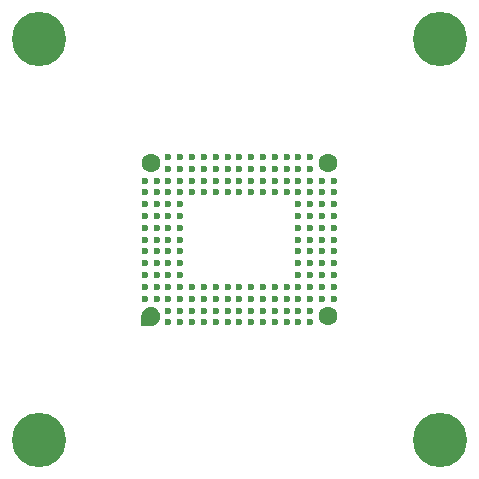
<source format=gbr>
G04 #@! TF.GenerationSoftware,KiCad,Pcbnew,8.0.4*
G04 #@! TF.CreationDate,2025-09-28T15:06:51-07:00*
G04 #@! TF.ProjectId,GMAX3412_breakout,474d4158-3334-4313-925f-627265616b6f,rev?*
G04 #@! TF.SameCoordinates,Original*
G04 #@! TF.FileFunction,Soldermask,Bot*
G04 #@! TF.FilePolarity,Negative*
%FSLAX46Y46*%
G04 Gerber Fmt 4.6, Leading zero omitted, Abs format (unit mm)*
G04 Created by KiCad (PCBNEW 8.0.4) date 2025-09-28 15:06:51*
%MOMM*%
%LPD*%
G01*
G04 APERTURE LIST*
%ADD10C,4.600000*%
%ADD11C,0.600000*%
%ADD12C,1.600000*%
G04 APERTURE END LIST*
D10*
G04 #@! TO.C,H4*
X36500000Y-2500000D03*
G04 #@! TD*
G04 #@! TO.C,H1*
X2500000Y-2500000D03*
G04 #@! TD*
G04 #@! TO.C,H3*
X36500000Y-36500000D03*
G04 #@! TD*
G04 #@! TO.C,H2*
X2500000Y-36500000D03*
G04 #@! TD*
D11*
G04 #@! TO.C,U1*
X13500000Y-26500000D03*
X14500000Y-26500000D03*
X15500000Y-26500000D03*
X16500000Y-26500000D03*
X17500000Y-26500000D03*
X18500000Y-26500000D03*
X19500000Y-26500000D03*
X20500000Y-26500000D03*
X21500000Y-26500000D03*
X22500000Y-26500000D03*
X23500000Y-26500000D03*
X24500000Y-26500000D03*
X25500000Y-26500000D03*
X13500000Y-25500000D03*
X14500000Y-25500000D03*
X15500000Y-25500000D03*
X16500000Y-25500000D03*
X17500000Y-25500000D03*
X18500000Y-25500000D03*
X19500000Y-25500000D03*
X20500000Y-25500000D03*
X21500000Y-25500000D03*
X22500000Y-25500000D03*
X23500000Y-25500000D03*
X24500000Y-25500000D03*
X25500000Y-25500000D03*
X11500000Y-24500000D03*
X12500000Y-24500000D03*
X13500000Y-24500000D03*
X14500000Y-24500000D03*
X15500000Y-24500000D03*
X16500000Y-24500000D03*
X17500000Y-24500000D03*
X18500000Y-24500000D03*
X19500000Y-24500000D03*
X20500000Y-24500000D03*
X21500000Y-24500000D03*
X22500000Y-24500000D03*
X23500000Y-24500000D03*
X24500000Y-24500000D03*
X25500000Y-24500000D03*
X26500000Y-24500000D03*
X27500000Y-24500000D03*
X11500000Y-23500000D03*
X12500000Y-23500000D03*
X13500000Y-23500000D03*
X14500000Y-23500000D03*
X15500000Y-23500000D03*
X16500000Y-23500000D03*
X17500000Y-23500000D03*
X18500000Y-23500000D03*
X19500000Y-23500000D03*
X20500000Y-23500000D03*
X21500000Y-23500000D03*
X22500000Y-23500000D03*
X23500000Y-23500000D03*
X24500000Y-23500000D03*
X25500000Y-23500000D03*
X26500000Y-23500000D03*
X27500000Y-23500000D03*
X11500000Y-22500000D03*
X12500000Y-22500000D03*
X13500000Y-22500000D03*
X14500000Y-22500000D03*
X24500000Y-22500000D03*
X25500000Y-22500000D03*
X26500000Y-22500000D03*
X27500000Y-22500000D03*
X11500000Y-21500000D03*
X12500000Y-21500000D03*
X13500000Y-21500000D03*
X14500000Y-21500000D03*
X24500000Y-21500000D03*
X25500000Y-21500000D03*
X26500000Y-21500000D03*
X27500000Y-21500000D03*
X11500000Y-20500000D03*
X12500000Y-20500000D03*
X13500000Y-20500000D03*
X14500000Y-20500000D03*
X24500000Y-20500000D03*
X25500000Y-20500000D03*
X26500000Y-20500000D03*
X27500000Y-20500000D03*
X11500000Y-19500000D03*
X12500000Y-19500000D03*
X13500000Y-19500000D03*
X14500000Y-19500000D03*
X24500000Y-19500000D03*
X25500000Y-19500000D03*
X26500000Y-19500000D03*
X27500000Y-19500000D03*
X11500000Y-18500000D03*
X12500000Y-18500000D03*
X13500000Y-18500000D03*
X14500000Y-18500000D03*
X24500000Y-18500000D03*
X25500000Y-18500000D03*
X26500000Y-18500000D03*
X27500000Y-18500000D03*
X11500000Y-17500000D03*
X12500000Y-17500000D03*
X13500000Y-17500000D03*
X14500000Y-17500000D03*
X24500000Y-17500000D03*
X25500000Y-17500000D03*
X26500000Y-17500000D03*
X27500000Y-17500000D03*
X11500000Y-16500000D03*
X12500000Y-16500000D03*
X13500000Y-16500000D03*
X14500000Y-16500000D03*
X24500000Y-16500000D03*
X25500000Y-16500000D03*
X26500000Y-16500000D03*
X27500000Y-16500000D03*
X11500000Y-15500000D03*
X12500000Y-15500000D03*
X13500000Y-15500000D03*
X14500000Y-15500000D03*
X15500000Y-15500000D03*
X16500000Y-15500000D03*
X17500000Y-15500000D03*
X18500000Y-15500000D03*
X19500000Y-15500000D03*
X20500000Y-15500000D03*
X21500000Y-15500000D03*
X22500000Y-15500000D03*
X23500000Y-15500000D03*
X24500000Y-15500000D03*
X25500000Y-15500000D03*
X26500000Y-15500000D03*
X27500000Y-15500000D03*
X11500000Y-14500000D03*
X12500000Y-14500000D03*
X13500000Y-14500000D03*
X14500000Y-14500000D03*
X15500000Y-14500000D03*
X16500000Y-14500000D03*
X17500000Y-14500000D03*
X18500000Y-14500000D03*
X19500000Y-14500000D03*
X20500000Y-14500000D03*
X21500000Y-14500000D03*
X22500000Y-14500000D03*
X23500000Y-14500000D03*
X24500000Y-14500000D03*
X25500000Y-14500000D03*
X26500000Y-14500000D03*
X27500000Y-14500000D03*
X13500000Y-13500000D03*
X14500000Y-13500000D03*
X15500000Y-13500000D03*
X16500000Y-13500000D03*
X17500000Y-13500000D03*
X18500000Y-13500000D03*
X19500000Y-13500000D03*
X20500000Y-13500000D03*
X21500000Y-13500000D03*
X22500000Y-13500000D03*
X23500000Y-13500000D03*
X24500000Y-13500000D03*
X25500000Y-13500000D03*
G36*
X11200000Y-26000000D02*
G01*
X11220058Y-25821983D01*
X11279225Y-25652893D01*
X11374535Y-25501208D01*
X11501208Y-25374535D01*
X11652893Y-25279225D01*
X11821983Y-25220058D01*
X12000000Y-25200000D01*
X12178017Y-25220058D01*
X12347107Y-25279225D01*
X12498792Y-25374535D01*
X12625465Y-25501208D01*
X12720775Y-25652893D01*
X12779942Y-25821983D01*
X12800000Y-26000000D01*
X12779942Y-26178017D01*
X12720775Y-26347107D01*
X12625465Y-26498792D01*
X12498792Y-26625465D01*
X12347107Y-26720775D01*
X12178017Y-26779942D01*
X12000000Y-26800000D01*
X11200000Y-26800000D01*
X11200000Y-26000000D01*
G37*
D12*
X27000000Y-26000000D03*
X27000000Y-13000000D03*
X12000000Y-13000000D03*
D11*
X13500000Y-12500000D03*
X14500000Y-12500000D03*
X15500000Y-12500000D03*
X16500000Y-12500000D03*
X17500000Y-12500000D03*
X18500000Y-12500000D03*
X19500000Y-12500000D03*
X20500000Y-12500000D03*
X21500000Y-12500000D03*
X22500000Y-12500000D03*
X23500000Y-12500000D03*
X24500000Y-12500000D03*
X25500000Y-12500000D03*
G04 #@! TD*
M02*

</source>
